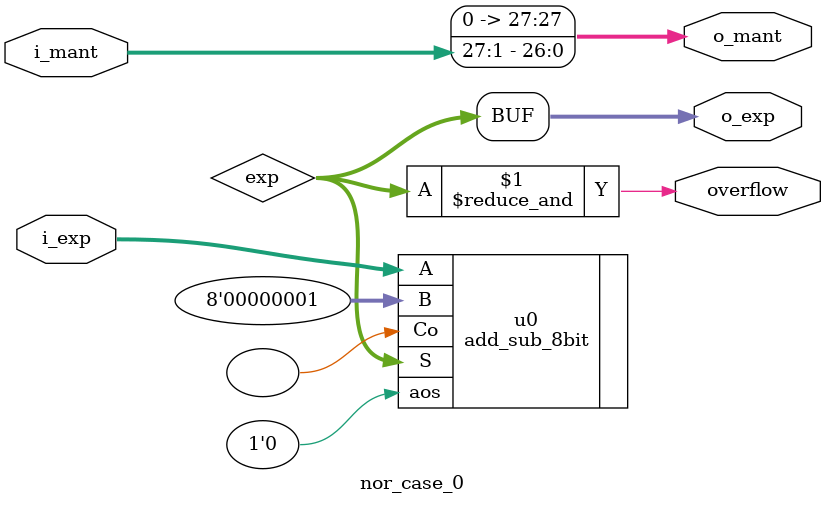
<source format=sv>
module nor_case_0 (
    input logic [7:0] i_exp,
    output logic [7:0] o_exp,
    input logic [27:0] i_mant,
    output logic [27:0] o_mant,
    output logic overflow
  );
  logic [7:0] exp;
  add_sub_8bit u0 (
                 .A      (i_exp),
                 .B      (8'd1),
                 .aos    (1'b0),
                 .S      (exp),
                 .Co     ()
               );
  assign o_exp = exp;
  assign overflow = &exp;
  assign o_mant = {1'b0, i_mant[27:1]}; //SHRL 1 bit
endmodule

</source>
